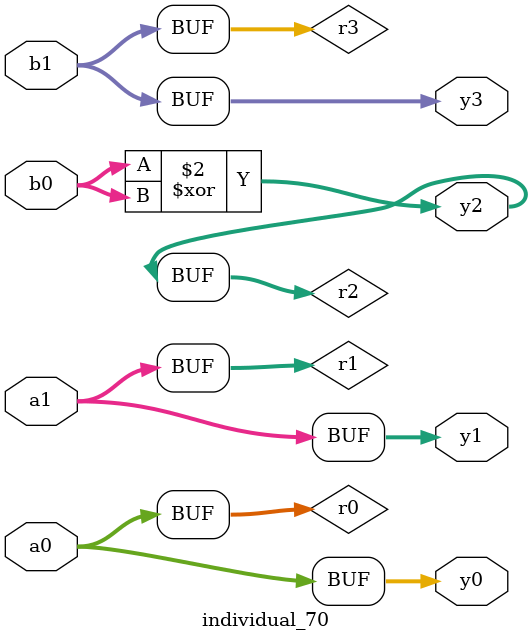
<source format=sv>
module individual_70(input logic [15:0] a1, input logic [15:0] a0, input logic [15:0] b1, input logic [15:0] b0, output logic [15:0] y3, output logic [15:0] y2, output logic [15:0] y1, output logic [15:0] y0);
logic [15:0] r0, r1, r2, r3; 
 always@(*) begin 
	 r0 = a0; r1 = a1; r2 = b0; r3 = b1; 
 	 r2  ^=  b0 ;
 	 y3 = r3; y2 = r2; y1 = r1; y0 = r0; 
end
endmodule
</source>
